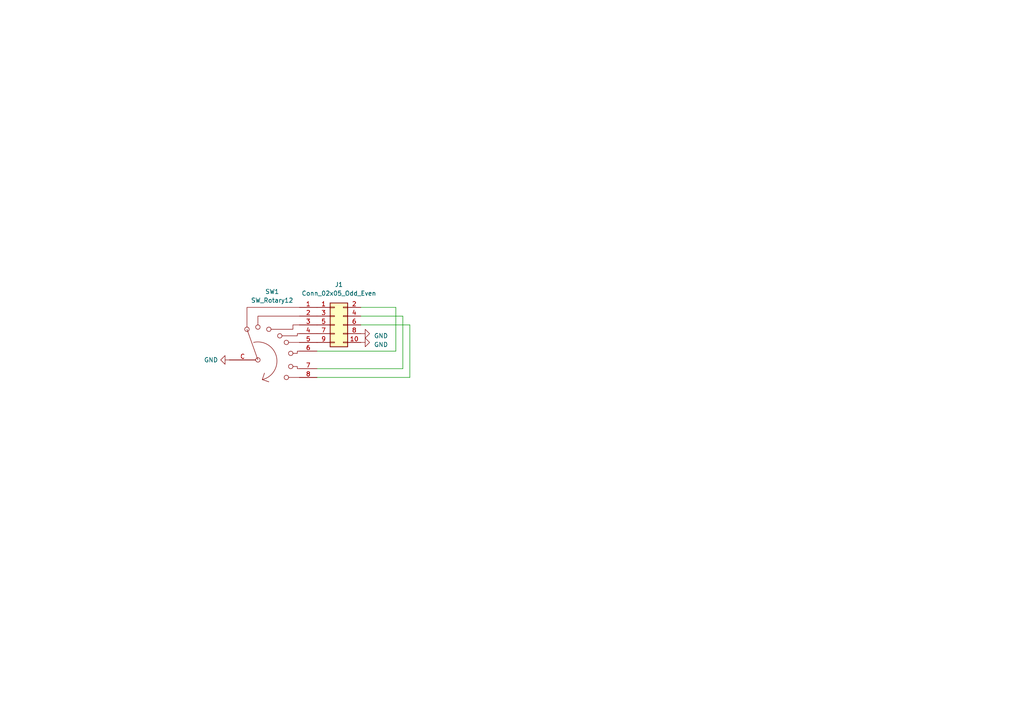
<source format=kicad_sch>
(kicad_sch (version 20230121) (generator eeschema)
  (paper "A4")
  (lib_symbols
    (symbol "Connector_Generic:Conn_02x05_Odd_Even" (pin_names (offset 1.016) hide)
      (property "Reference" "J" (at 1.27 7.62 0))
      (property "Value" "Conn_02x05_Odd_Even" (at 1.27 -7.62 0))
      (symbol "Conn_02x05_Odd_Even_1_1"
        (rectangle (start -1.27 -4.953) (end 0 -5.207) (stroke (width 0.1524)))
        (rectangle (start -1.27 -2.413) (end 0 -2.667) (stroke (width 0.1524)))
        (rectangle (start -1.27 0.127) (end 0 -0.127) (stroke (width 0.1524)))
        (rectangle (start -1.27 2.667) (end 0 2.413) (stroke (width 0.1524)))
        (rectangle (start -1.27 5.207) (end 0 4.953) (stroke (width 0.1524)))
        (rectangle (start -1.27 6.35) (end 3.81 -6.35) (stroke (width 0.254)) (fill (type background)))
        (rectangle (start 3.81 -4.953) (end 2.54 -5.207) (stroke (width 0.1524)))
        (rectangle (start 3.81 -2.413) (end 2.54 -2.667) (stroke (width 0.1524)))
        (rectangle (start 3.81 0.127) (end 2.54 -0.127) (stroke (width 0.1524)))
        (rectangle (start 3.81 2.667) (end 2.54 2.413) (stroke (width 0.1524)))
        (rectangle (start 3.81 5.207) (end 2.54 4.953) (stroke (width 0.1524)))
        (pin passive line (at -5.08 5.08 0) (length 3.81) (name "Pin_1") (number "1"))
        (pin passive line (at 7.62 -5.08 180) (length 3.81) (name "Pin_10") (number "10"))
        (pin passive line (at 7.62 5.08 180) (length 3.81) (name "Pin_2") (number "2"))
        (pin passive line (at -5.08 2.54 0) (length 3.81) (name "Pin_3") (number "3"))
        (pin passive line (at 7.62 2.54 180) (length 3.81) (name "Pin_4") (number "4"))
        (pin passive line (at -5.08 0 0) (length 3.81) (name "Pin_5") (number "5"))
        (pin passive line (at 7.62 0 180) (length 3.81) (name "Pin_6") (number "6"))
        (pin passive line (at -5.08 -2.54 0) (length 3.81) (name "Pin_7") (number "7"))
        (pin passive line (at 7.62 -2.54 180) (length 3.81) (name "Pin_8") (number "8"))
        (pin passive line (at -5.08 -5.08 0) (length 3.81) (name "Pin_9") (number "9"))
      )
    )
    (symbol "Switch:SW_Rotary12" (pin_names (offset 1.016) hide)
      (property "Reference" "SW1" (at -2.8575 19.812 0))
      (property "Value" "SW_Rotary12" (at -2.8575 17.272 0))
      (symbol "SW_Rotary12_0_0"
        (circle (center -10.16 8.89) (radius 0.635))
        (circle (center -6.985 0) (radius 0.635))
        (circle (center -6.985 9.525) (radius 0.635))
        (arc (start -5.715 -5.715) (mid -1.5995 0.937) (end -8.255 5.08))
        (circle (center -3.81 8.89) (radius 0.635))
        (circle (center -0.635 6.985) (radius 0.635))
        (polyline (pts (xy -6.985 0) (xy -10.16 8.89)))
        (polyline (pts (xy -5.715 -5.715) (xy -5.08 -3.81)))
        (polyline (pts (xy -5.715 -5.715) (xy -3.81 -6.35)))
        (polyline (pts (xy 1.905 -5.08) (xy 5.08 -5.08)))
        (polyline (pts (xy 1.905 5.08) (xy 5.08 5.08)))
        (polyline (pts (xy -10.16 9.525) (xy -10.16 15.24) (xy 5.08 15.24)))
        (polyline (pts (xy -6.985 10.16) (xy -6.985 12.7) (xy 5.08 12.7)))
        (polyline (pts (xy -3.175 8.89) (xy 3.175 8.89) (xy 3.175 10.16) (xy 5.08 10.16)))
        (polyline (pts (xy 0 6.985) (xy 4.445 6.985) (xy 4.445 7.62) (xy 5.08 7.62)))
        (polyline (pts (xy 3.175 -1.905) (xy 4.445 -1.905) (xy 4.445 -2.54) (xy 5.08 -2.54)))
        (polyline (pts (xy 3.175 1.905) (xy 4.445 1.905) (xy 4.445 2.54) (xy 5.08 2.54)))
        (circle (center 1.27 -5.08) (radius 0.635))
        (circle (center 1.27 5.08) (radius 0.635))
        (circle (center 2.54 -1.905) (radius 0.635))
        (circle (center 2.54 1.905) (radius 0.635))
      )
      (symbol "SW_Rotary12_0_1"
        (pin passive line (at 10.16 15.24 180) (length 5.08) (name "1") (number "1"))
        (pin passive line (at 10.16 12.7 180) (length 5.08) (name "2") (number "2"))
        (pin passive line (at 10.16 10.16 180) (length 5.08) (name "3") (number "3"))
        (pin passive line (at 10.16 7.62 180) (length 5.08) (name "4") (number "4"))
        (pin passive line (at 10.16 5.08 180) (length 5.08) (name "5") (number "5"))
        (pin passive line (at 10.16 2.54 180) (length 5.08) (name "6") (number "6"))
        (pin passive line (at 10.16 -2.54 180) (length 5.08) (name "7") (number "7"))
        (pin passive line (at 10.16 -5.08 180) (length 5.08) (name "8") (number "8"))
      )
      (symbol "SW_Rotary12_1_1"
        (pin passive line (at -15.24 0 0) (length 7.62) (name "C") (number "C"))
      )
    )
    (symbol "power:GND" (power) (pin_names (offset 0))
      (property "Value" "GND" (at 0 -3.81 0))
      (symbol "GND_0_1"
        (polyline (pts (xy 0 0) (xy 0 -1.27) (xy 1.27 -1.27) (xy 0 -2.54) (xy -1.27 -1.27) (xy 0 -1.27)))
      )
      (symbol "GND_1_1"
        (pin power_in line (at 0 0 270) (length 0) hide (name "GND") (number "1"))
      )
    )
  )
  (wire (pts (xy 91.948 109.474) (xy 118.872 109.474)))
  (wire (pts (xy 104.648 89.154) (xy 114.808 89.154)))
  (wire (pts (xy 91.948 106.934) (xy 116.84 106.934)))
  (wire (pts (xy 114.808 101.854) (xy 114.808 89.154)))
  (wire (pts (xy 118.872 109.474) (xy 118.872 94.234)))
  (wire (pts (xy 116.84 106.934) (xy 116.84 91.694)))
  (wire (pts (xy 91.948 101.854) (xy 114.808 101.854)))
  (wire (pts (xy 116.84 91.694) (xy 104.648 91.694)))
  (wire (pts (xy 118.872 94.234) (xy 104.648 94.234)))
  (symbol (lib_id "power:GND") (at 104.648 99.314 90) (unit 1)
    (property "Reference" "#PWR01" (effects hide))
    (property "Value" "GND" (at 108.458 99.949 90) (effects (justify right)))
  )
  (symbol (lib_id "power:GND") (at 104.648 96.774 90) (unit 1)
    (property "Reference" "#PWR02" (effects hide))
    (property "Value" "GND" (at 108.458 97.409 90) (effects (justify right)))
  )
  (symbol (lib_id "power:GND") (at 66.548 104.394 270) (unit 1)
    (property "Reference" "#PWR03" (effects hide))
    (property "Value" "GND" (at 63.246 104.394 90) (effects (justify right)))
  )
  (symbol (lib_id "Connector_Generic:Conn_02x05_Odd_Even") (at 97.028 94.234 0) (unit 1)
    (property "Reference" "J1" (at 98.298 82.55 0))
    (property "Value" "Conn_02x05_Odd_Even" (at 98.298 85.09 0))
    (property "Footprint" "Connector_PinSocket_2.54mm:PinSocket_2x05_P2.54mm_Vertical_SMD" (effects hide))
  )
  (symbol (lib_id "Switch:SW_Rotary12") (at 81.788 104.394 0) (unit 1)
    (property "Reference" "SW1" (at 78.9305 84.582 0))
    (property "Value" "SW_Rotary12" (at 78.9305 87.122 0))
    (property "Footprint" "Button_Switch_THT:RS-18" (effects hide))
    (property "Datasheet" "http://cdn-reichelt.de/documents/datenblatt/C200/DS-Serie%23LOR.pdf" (effects hide))
  )
)
</source>
